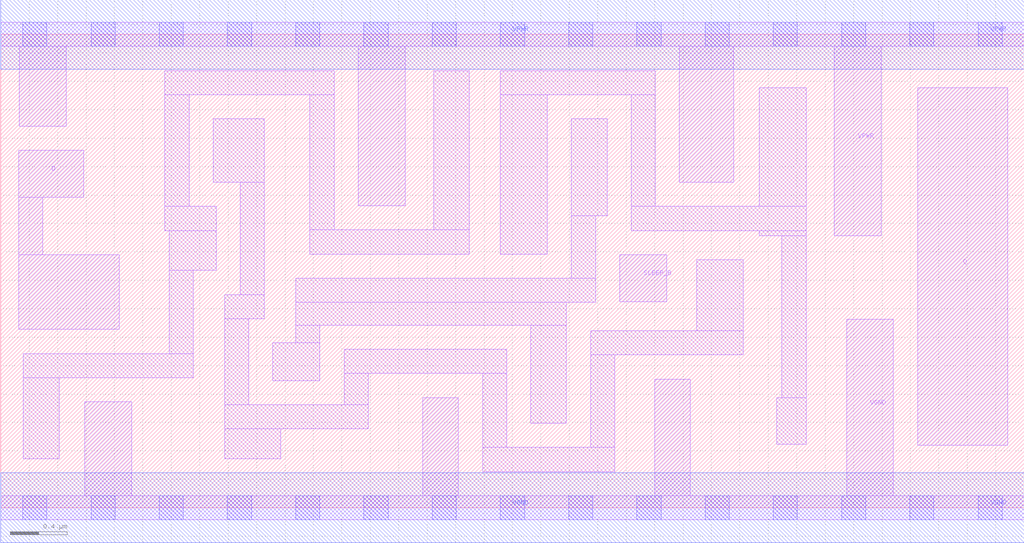
<source format=lef>
# Copyright 2020 The SkyWater PDK Authors
#
# Licensed under the Apache License, Version 2.0 (the "License");
# you may not use this file except in compliance with the License.
# You may obtain a copy of the License at
#
#     https://www.apache.org/licenses/LICENSE-2.0
#
# Unless required by applicable law or agreed to in writing, software
# distributed under the License is distributed on an "AS IS" BASIS,
# WITHOUT WARRANTIES OR CONDITIONS OF ANY KIND, either express or implied.
# See the License for the specific language governing permissions and
# limitations under the License.
#
# SPDX-License-Identifier: Apache-2.0

VERSION 5.7 ;
  NAMESCASESENSITIVE ON ;
  NOWIREEXTENSIONATPIN ON ;
  DIVIDERCHAR "/" ;
  BUSBITCHARS "[]" ;
UNITS
  DATABASE MICRONS 200 ;
END UNITS
MACRO sky130_fd_sc_lp__inputisolatch_lp
  CLASS CORE ;
  SOURCE USER ;
  FOREIGN sky130_fd_sc_lp__inputisolatch_lp ;
  ORIGIN  0.000000  0.000000 ;
  SIZE  7.200000 BY  3.330000 ;
  SYMMETRY X Y R90 ;
  SITE unit ;
  PIN D
    ANTENNAGATEAREA  0.126000 ;
    DIRECTION INPUT ;
    USE SIGNAL ;
    PORT
      LAYER li1 ;
        RECT 0.125000 1.255000 0.835000 1.780000 ;
        RECT 0.125000 1.780000 0.295000 2.185000 ;
        RECT 0.125000 2.185000 0.585000 2.515000 ;
    END
  END D
  PIN Q
    ANTENNADIFFAREA  0.459700 ;
    DIRECTION OUTPUT ;
    USE SIGNAL ;
    PORT
      LAYER li1 ;
        RECT 6.450000 0.440000 7.085000 2.955000 ;
    END
  END Q
  PIN SLEEP_B
    ANTENNAGATEAREA  0.222000 ;
    DIRECTION INPUT ;
    USE CLOCK ;
    PORT
      LAYER li1 ;
        RECT 4.355000 1.450000 4.685000 1.780000 ;
    END
  END SLEEP_B
  PIN VGND
    DIRECTION INOUT ;
    USE GROUND ;
    PORT
      LAYER li1 ;
        RECT 0.000000 -0.085000 7.200000 0.085000 ;
        RECT 0.590000  0.085000 0.920000 0.745000 ;
        RECT 2.970000  0.085000 3.220000 0.775000 ;
        RECT 4.600000  0.085000 4.850000 0.905000 ;
        RECT 5.950000  0.085000 6.280000 1.325000 ;
      LAYER mcon ;
        RECT 0.155000 -0.085000 0.325000 0.085000 ;
        RECT 0.635000 -0.085000 0.805000 0.085000 ;
        RECT 1.115000 -0.085000 1.285000 0.085000 ;
        RECT 1.595000 -0.085000 1.765000 0.085000 ;
        RECT 2.075000 -0.085000 2.245000 0.085000 ;
        RECT 2.555000 -0.085000 2.725000 0.085000 ;
        RECT 3.035000 -0.085000 3.205000 0.085000 ;
        RECT 3.515000 -0.085000 3.685000 0.085000 ;
        RECT 3.995000 -0.085000 4.165000 0.085000 ;
        RECT 4.475000 -0.085000 4.645000 0.085000 ;
        RECT 4.955000 -0.085000 5.125000 0.085000 ;
        RECT 5.435000 -0.085000 5.605000 0.085000 ;
        RECT 5.915000 -0.085000 6.085000 0.085000 ;
        RECT 6.395000 -0.085000 6.565000 0.085000 ;
        RECT 6.875000 -0.085000 7.045000 0.085000 ;
      LAYER met1 ;
        RECT 0.000000 -0.245000 7.200000 0.245000 ;
    END
  END VGND
  PIN VPWR
    DIRECTION INOUT ;
    USE POWER ;
    PORT
      LAYER li1 ;
        RECT 0.000000 3.245000 7.200000 3.415000 ;
        RECT 0.130000 2.685000 0.460000 3.245000 ;
        RECT 2.515000 2.125000 2.845000 3.245000 ;
        RECT 4.775000 2.290000 5.155000 3.245000 ;
        RECT 5.865000 1.915000 6.195000 3.245000 ;
      LAYER mcon ;
        RECT 0.155000 3.245000 0.325000 3.415000 ;
        RECT 0.635000 3.245000 0.805000 3.415000 ;
        RECT 1.115000 3.245000 1.285000 3.415000 ;
        RECT 1.595000 3.245000 1.765000 3.415000 ;
        RECT 2.075000 3.245000 2.245000 3.415000 ;
        RECT 2.555000 3.245000 2.725000 3.415000 ;
        RECT 3.035000 3.245000 3.205000 3.415000 ;
        RECT 3.515000 3.245000 3.685000 3.415000 ;
        RECT 3.995000 3.245000 4.165000 3.415000 ;
        RECT 4.475000 3.245000 4.645000 3.415000 ;
        RECT 4.955000 3.245000 5.125000 3.415000 ;
        RECT 5.435000 3.245000 5.605000 3.415000 ;
        RECT 5.915000 3.245000 6.085000 3.415000 ;
        RECT 6.395000 3.245000 6.565000 3.415000 ;
        RECT 6.875000 3.245000 7.045000 3.415000 ;
      LAYER met1 ;
        RECT 0.000000 3.085000 7.200000 3.575000 ;
    END
  END VPWR
  OBS
    LAYER li1 ;
      RECT 0.160000 0.345000 0.410000 0.915000 ;
      RECT 0.160000 0.915000 1.355000 1.085000 ;
      RECT 1.155000 1.950000 1.515000 2.120000 ;
      RECT 1.155000 2.120000 1.325000 2.905000 ;
      RECT 1.155000 2.905000 2.345000 3.075000 ;
      RECT 1.185000 1.085000 1.355000 1.670000 ;
      RECT 1.185000 1.670000 1.515000 1.950000 ;
      RECT 1.495000 2.290000 1.855000 2.735000 ;
      RECT 1.575000 0.345000 1.970000 0.555000 ;
      RECT 1.575000 0.555000 2.585000 0.725000 ;
      RECT 1.575000 0.725000 1.745000 1.330000 ;
      RECT 1.575000 1.330000 1.855000 1.500000 ;
      RECT 1.685000 1.500000 1.855000 2.290000 ;
      RECT 1.915000 0.895000 2.245000 1.160000 ;
      RECT 2.075000 1.160000 2.245000 1.285000 ;
      RECT 2.075000 1.285000 3.980000 1.445000 ;
      RECT 2.075000 1.445000 4.185000 1.615000 ;
      RECT 2.175000 1.785000 3.295000 1.955000 ;
      RECT 2.175000 1.955000 2.345000 2.905000 ;
      RECT 2.415000 0.725000 2.585000 0.945000 ;
      RECT 2.415000 0.945000 3.560000 1.115000 ;
      RECT 3.045000 1.955000 3.295000 3.075000 ;
      RECT 3.390000 0.255000 4.320000 0.425000 ;
      RECT 3.390000 0.425000 3.560000 0.945000 ;
      RECT 3.515000 1.785000 3.845000 2.905000 ;
      RECT 3.515000 2.905000 4.605000 3.075000 ;
      RECT 3.730000 0.595000 3.980000 1.285000 ;
      RECT 4.015000 1.615000 4.185000 2.055000 ;
      RECT 4.015000 2.055000 4.265000 2.735000 ;
      RECT 4.150000 0.425000 4.320000 1.075000 ;
      RECT 4.150000 1.075000 5.225000 1.245000 ;
      RECT 4.435000 1.950000 5.665000 2.120000 ;
      RECT 4.435000 2.120000 4.605000 2.905000 ;
      RECT 4.895000 1.245000 5.225000 1.745000 ;
      RECT 5.335000 1.915000 5.665000 1.950000 ;
      RECT 5.335000 2.120000 5.665000 2.955000 ;
      RECT 5.460000 0.445000 5.665000 0.775000 ;
      RECT 5.495000 0.775000 5.665000 1.915000 ;
  END
END sky130_fd_sc_lp__inputisolatch_lp

</source>
